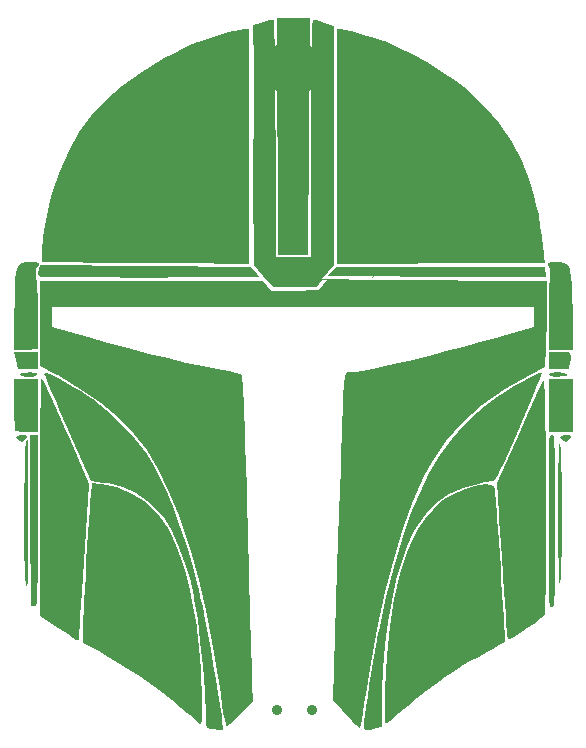
<source format=gbr>
%TF.GenerationSoftware,KiCad,Pcbnew,(6.0.0)*%
%TF.CreationDate,2022-03-24T14:36:50-05:00*%
%TF.ProjectId,Mando,4d616e64-6f2e-46b6-9963-61645f706362,rev?*%
%TF.SameCoordinates,Original*%
%TF.FileFunction,Soldermask,Top*%
%TF.FilePolarity,Negative*%
%FSLAX46Y46*%
G04 Gerber Fmt 4.6, Leading zero omitted, Abs format (unit mm)*
G04 Created by KiCad (PCBNEW (6.0.0)) date 2022-03-24 14:36:50*
%MOMM*%
%LPD*%
G01*
G04 APERTURE LIST*
%ADD10C,4.750000*%
%ADD11C,0.900000*%
G04 APERTURE END LIST*
%TO.C,G\u002A\u002A\u002A*%
G36*
X178206999Y-79934267D02*
G01*
X178224842Y-80084083D01*
X178242987Y-80484032D01*
X178261108Y-81112588D01*
X178278879Y-81948227D01*
X178295974Y-82969424D01*
X178312069Y-84154654D01*
X178326837Y-85482392D01*
X178339952Y-86931114D01*
X178351089Y-88479295D01*
X178359492Y-90012339D01*
X178406017Y-99984492D01*
X181369118Y-99984492D01*
X181369118Y-89996807D01*
X181369845Y-88062432D01*
X181372230Y-86383015D01*
X181376574Y-84941861D01*
X181383179Y-83722274D01*
X181392347Y-82707557D01*
X181404382Y-81881015D01*
X181419584Y-81225951D01*
X181438256Y-80725671D01*
X181460701Y-80363477D01*
X181487220Y-80122674D01*
X181518117Y-79986566D01*
X181551171Y-79939261D01*
X181768690Y-79946820D01*
X182146059Y-80037943D01*
X182501973Y-80157026D01*
X183270722Y-80444652D01*
X183270722Y-100685832D01*
X182778959Y-101285964D01*
X182287195Y-101886096D01*
X182703028Y-101886096D01*
X186428200Y-101924400D01*
X186606000Y-101619600D01*
X182796000Y-101619600D01*
X182999200Y-101365600D01*
X183227800Y-101086200D01*
X183494070Y-100797496D01*
X192448974Y-100832438D01*
X201185600Y-100806800D01*
X201236400Y-101670400D01*
X199128200Y-101670400D01*
X198366200Y-101645000D01*
X191178000Y-101645000D01*
X186656800Y-101619600D01*
X186479000Y-101924400D01*
X201335963Y-102021925D01*
X201335412Y-103957487D01*
X201328117Y-104859399D01*
X201308704Y-105857886D01*
X201280188Y-106827451D01*
X201247993Y-107596124D01*
X201161124Y-109299199D01*
X199862146Y-109973129D01*
X197749836Y-111190929D01*
X195876622Y-112530554D01*
X194235534Y-113998719D01*
X192819600Y-115602141D01*
X191621852Y-117347536D01*
X190963986Y-118547386D01*
X190028671Y-120615736D01*
X189157498Y-122946069D01*
X188351040Y-125536256D01*
X187609874Y-128384163D01*
X186934573Y-131487659D01*
X186325712Y-134844612D01*
X185990935Y-136990363D01*
X185865128Y-137835090D01*
X185750842Y-138583678D01*
X185654387Y-139196304D01*
X185582075Y-139633144D01*
X185540216Y-139854374D01*
X185534076Y-139873367D01*
X185429878Y-139801575D01*
X185190423Y-139576894D01*
X184864949Y-139245829D01*
X184822980Y-139201720D01*
X184404615Y-138757826D01*
X183988282Y-138311763D01*
X183703746Y-138003297D01*
X183257513Y-137514616D01*
X183602659Y-126389928D01*
X183679245Y-123913927D01*
X183747684Y-121695376D01*
X183808870Y-119720217D01*
X183863696Y-117974392D01*
X183913057Y-116443846D01*
X183957845Y-115114519D01*
X183998953Y-113972354D01*
X184037277Y-113003295D01*
X184073710Y-112193283D01*
X184109144Y-111528262D01*
X184144474Y-110994173D01*
X184180593Y-110576959D01*
X184218395Y-110262563D01*
X184258774Y-110036927D01*
X184302623Y-109885994D01*
X184350835Y-109795707D01*
X184404305Y-109752007D01*
X184463926Y-109740837D01*
X184530592Y-109748141D01*
X184605196Y-109759860D01*
X184659606Y-109763184D01*
X185073720Y-109726376D01*
X185719500Y-109622516D01*
X186567268Y-109458693D01*
X187587346Y-109241992D01*
X188750054Y-108979499D01*
X190025713Y-108678302D01*
X191384644Y-108345487D01*
X192797169Y-107988139D01*
X194233608Y-107613346D01*
X195664283Y-107228194D01*
X197059515Y-106839769D01*
X197838369Y-106616485D01*
X200249332Y-105917201D01*
X200249332Y-104194305D01*
X179841043Y-104228704D01*
X159432754Y-104263102D01*
X159432754Y-105883971D01*
X160926872Y-106336283D01*
X162514215Y-106803978D01*
X164187554Y-107273684D01*
X165900575Y-107733860D01*
X167606961Y-108172967D01*
X169260396Y-108579465D01*
X170814566Y-108941813D01*
X172223154Y-109248471D01*
X173439845Y-109487900D01*
X173898530Y-109568321D01*
X174502819Y-109680158D01*
X175013501Y-109794928D01*
X175366578Y-109897061D01*
X175488524Y-109955134D01*
X175520940Y-110060762D01*
X175554381Y-110326702D01*
X175589286Y-110763773D01*
X175626093Y-111382795D01*
X175665241Y-112194587D01*
X175707168Y-113209969D01*
X175752312Y-114439761D01*
X175801112Y-115894781D01*
X175854006Y-117585850D01*
X175911432Y-119523787D01*
X175973830Y-121719411D01*
X175992651Y-122396257D01*
X176043855Y-124236652D01*
X176094102Y-126025360D01*
X176142742Y-127740198D01*
X176189125Y-129358982D01*
X176232600Y-130859529D01*
X176272515Y-132219656D01*
X176308221Y-133417178D01*
X176339068Y-134429912D01*
X176364403Y-135235675D01*
X176383577Y-135812284D01*
X176395137Y-136119461D01*
X176457285Y-137550151D01*
X175384328Y-138696095D01*
X174883586Y-139209031D01*
X174502581Y-139553172D01*
X174260569Y-139712187D01*
X174188471Y-139710324D01*
X174131889Y-139540035D01*
X174047611Y-139144462D01*
X173943551Y-138567632D01*
X173827622Y-137853576D01*
X173707741Y-137046321D01*
X173700875Y-136997861D01*
X173158677Y-133544813D01*
X172541711Y-130327120D01*
X171851209Y-127348849D01*
X171088405Y-124614069D01*
X170254532Y-122126848D01*
X169350824Y-119891252D01*
X168378514Y-117911350D01*
X167437034Y-116338153D01*
X166388766Y-114964052D01*
X165091458Y-113625248D01*
X163567215Y-112340326D01*
X161838141Y-111127876D01*
X159926339Y-110006482D01*
X159874198Y-109978603D01*
X158414038Y-109199746D01*
X158414038Y-102021925D01*
X177270103Y-102021925D01*
X177612980Y-102429412D01*
X177955858Y-102836899D01*
X179900188Y-102832630D01*
X180663487Y-102829315D01*
X181201929Y-102818440D01*
X181562314Y-102813400D01*
X181832888Y-102818967D01*
X181983200Y-102813400D01*
X182186400Y-102559400D01*
X182338800Y-102356200D01*
X182694400Y-101899000D01*
X182262600Y-101899000D01*
X182008600Y-102254600D01*
X181907000Y-102407000D01*
X181790880Y-102559400D01*
X181195800Y-102559400D01*
X180617080Y-102559767D01*
X179820894Y-102565241D01*
X178147800Y-102559400D01*
X177335000Y-101594200D01*
X176573000Y-100668830D01*
X176479278Y-93760955D01*
X176481174Y-92276185D01*
X176486602Y-90759672D01*
X176495173Y-89255780D01*
X176506499Y-87808878D01*
X176520189Y-86463332D01*
X176496800Y-85287400D01*
X176496800Y-83636400D01*
X176471400Y-80359800D01*
X177379389Y-80073641D01*
X177791905Y-79956744D01*
X178098940Y-79912544D01*
X178206999Y-79934267D01*
G37*
G36*
X158278209Y-109492514D02*
G01*
X157412300Y-109492514D01*
X156941983Y-109486311D01*
X156675411Y-109448927D01*
X156544686Y-109352202D01*
X156481911Y-109167973D01*
X156468062Y-109100873D01*
X156375147Y-108669345D01*
X156300530Y-108353814D01*
X156211327Y-107998396D01*
X158278209Y-107998396D01*
X158278209Y-109492514D01*
G37*
G36*
X159018079Y-109826843D02*
G01*
X159395763Y-109988210D01*
X159912292Y-110246994D01*
X160522905Y-110578340D01*
X161182840Y-110957394D01*
X161847335Y-111359304D01*
X162471628Y-111759215D01*
X162890181Y-112045468D01*
X164627581Y-113432033D01*
X166146390Y-114975432D01*
X167458236Y-116688282D01*
X168076011Y-117673277D01*
X168601527Y-118667701D01*
X169154905Y-119888483D01*
X169720961Y-121293756D01*
X170284512Y-122841652D01*
X170830375Y-124490305D01*
X171343364Y-126197847D01*
X171808298Y-127922410D01*
X171843301Y-128061210D01*
X172003387Y-128750577D01*
X172195022Y-129658510D01*
X172409241Y-130734959D01*
X172637077Y-131929871D01*
X172869564Y-133193193D01*
X173097737Y-134474874D01*
X173312629Y-135724861D01*
X173505275Y-136893102D01*
X173666709Y-137929545D01*
X173787964Y-138784138D01*
X173839518Y-139205080D01*
X173933619Y-140054011D01*
X173542545Y-140040471D01*
X173115565Y-139995473D01*
X172811898Y-139932905D01*
X172637466Y-139866039D01*
X172533044Y-139743354D01*
X172477573Y-139501909D01*
X172449994Y-139078763D01*
X172441483Y-138825856D01*
X172348188Y-136729021D01*
X172198925Y-134628961D01*
X172000242Y-132591369D01*
X171758691Y-130681935D01*
X171480821Y-128966353D01*
X171433056Y-128712300D01*
X171081862Y-127165804D01*
X170643344Y-125696980D01*
X170134073Y-124345798D01*
X169570619Y-123152232D01*
X168969552Y-122156255D01*
X168440961Y-121494364D01*
X167498628Y-120614714D01*
X166505897Y-119952157D01*
X165403177Y-119476149D01*
X164130876Y-119156147D01*
X163756744Y-119093476D01*
X162703537Y-118932621D01*
X161230237Y-115604813D01*
X160632749Y-114254229D01*
X160137142Y-113130834D01*
X159734748Y-112213670D01*
X159416897Y-111481778D01*
X159174921Y-110914202D01*
X159000151Y-110489984D01*
X158883916Y-110188166D01*
X158817549Y-109987790D01*
X158792379Y-109867900D01*
X158799738Y-109807537D01*
X158824002Y-109787745D01*
X159018079Y-109826843D01*
G37*
G36*
X202442715Y-115706432D02*
G01*
X202482005Y-115878400D01*
X202516059Y-116287552D01*
X202544861Y-116899463D01*
X202568394Y-117679707D01*
X202586644Y-118593861D01*
X202599594Y-119607500D01*
X202607228Y-120686199D01*
X202609530Y-121795534D01*
X202606483Y-122901081D01*
X202598073Y-123968415D01*
X202584282Y-124963110D01*
X202565095Y-125850744D01*
X202540496Y-126596891D01*
X202510468Y-127167127D01*
X202474996Y-127527026D01*
X202448269Y-127633188D01*
X202410219Y-127631201D01*
X202378274Y-127472700D01*
X202352019Y-127142122D01*
X202331039Y-126623905D01*
X202314919Y-125902487D01*
X202303246Y-124962305D01*
X202295605Y-123787797D01*
X202291582Y-122363400D01*
X202290895Y-121723904D01*
X202291594Y-120188108D01*
X202296193Y-118907959D01*
X202305095Y-117867468D01*
X202318705Y-117050645D01*
X202337424Y-116441502D01*
X202361657Y-116024051D01*
X202391807Y-115782301D01*
X202428277Y-115700266D01*
X202442715Y-115706432D01*
G37*
G36*
X158576549Y-110333048D02*
G01*
X158651392Y-110424125D01*
X158757509Y-110602308D01*
X158905078Y-110889189D01*
X159104278Y-111306359D01*
X159365290Y-111875408D01*
X159698292Y-112617927D01*
X160113463Y-113555508D01*
X160620983Y-114709740D01*
X160921804Y-115395964D01*
X162590094Y-119204278D01*
X162138751Y-125791979D01*
X162048999Y-127100689D01*
X161964914Y-128324301D01*
X161888306Y-129436615D01*
X161820991Y-130411430D01*
X161764778Y-131222548D01*
X161721482Y-131843767D01*
X161692914Y-132248889D01*
X161680887Y-132411712D01*
X161680669Y-132413637D01*
X161627879Y-132440344D01*
X161475585Y-132381935D01*
X161194997Y-132221608D01*
X160757328Y-131942559D01*
X160133790Y-131527988D01*
X159942112Y-131398922D01*
X158414038Y-130368171D01*
X158414038Y-120337829D01*
X158415472Y-118713976D01*
X158419623Y-117171652D01*
X158426261Y-115732020D01*
X158435155Y-114416241D01*
X158446078Y-113245476D01*
X158458799Y-112240887D01*
X158473089Y-111423635D01*
X158488719Y-110814882D01*
X158505458Y-110435790D01*
X158522800Y-110307487D01*
X158576549Y-110333048D01*
G37*
G36*
X158278209Y-114789840D02*
G01*
X157350045Y-114789840D01*
X156870774Y-114777466D01*
X156504986Y-114745020D01*
X156331556Y-114699513D01*
X156331328Y-114699287D01*
X156300468Y-114539045D01*
X156274124Y-114155456D01*
X156254250Y-113596818D01*
X156242795Y-112911429D01*
X156240776Y-112458111D01*
X156240776Y-110307487D01*
X158278209Y-110307487D01*
X158278209Y-114789840D01*
G37*
G36*
X157208778Y-115098135D02*
G01*
X157309991Y-115217954D01*
X157163013Y-115435817D01*
X157077796Y-115516946D01*
X156873304Y-115666128D01*
X156717009Y-115611499D01*
X156602395Y-115493346D01*
X156411350Y-115240296D01*
X156441511Y-115108914D01*
X156713444Y-115063621D01*
X156852005Y-115061498D01*
X157208778Y-115098135D01*
G37*
G36*
X157396651Y-115492953D02*
G01*
X157409792Y-115638560D01*
X157420674Y-116029171D01*
X157429161Y-116638140D01*
X157435114Y-117438820D01*
X157438397Y-118404565D01*
X157438871Y-119508731D01*
X157436399Y-120724670D01*
X157430843Y-122025737D01*
X157430608Y-122069334D01*
X157421892Y-123560933D01*
X157412901Y-124799101D01*
X157402943Y-125802065D01*
X157391329Y-126588051D01*
X157377368Y-127175286D01*
X157360368Y-127581996D01*
X157339638Y-127826408D01*
X157314489Y-127926749D01*
X157284230Y-127901244D01*
X157248169Y-127768121D01*
X157220026Y-127625669D01*
X157171793Y-127275229D01*
X157133797Y-126789775D01*
X157105582Y-126147480D01*
X157086688Y-125326517D01*
X157076658Y-124305058D01*
X157075035Y-123061277D01*
X157081359Y-121573346D01*
X157084197Y-121151036D01*
X157096120Y-119708595D01*
X157110148Y-118517133D01*
X157127423Y-117555972D01*
X157149085Y-116804436D01*
X157176278Y-116241846D01*
X157210143Y-115847527D01*
X157251821Y-115600799D01*
X157302455Y-115480988D01*
X157363187Y-115467414D01*
X157396651Y-115492953D01*
G37*
G36*
X176107366Y-100551349D02*
G01*
X170300682Y-100520182D01*
X168926025Y-100512205D01*
X167513839Y-100502921D01*
X166114361Y-100492733D01*
X164777826Y-100482045D01*
X163554472Y-100471264D01*
X162494535Y-100460793D01*
X161648251Y-100451037D01*
X161539719Y-100449619D01*
X158585441Y-100410222D01*
X158585441Y-99479861D01*
X158662884Y-98280933D01*
X158895598Y-96867649D01*
X159284160Y-95236804D01*
X159467566Y-94577527D01*
X160090411Y-92690477D01*
X160828936Y-90989003D01*
X161705417Y-89446288D01*
X162742131Y-88035513D01*
X163961354Y-86729858D01*
X165385363Y-85502504D01*
X167036434Y-84326634D01*
X168936844Y-83175427D01*
X168939904Y-83173699D01*
X169673283Y-82776150D01*
X170438624Y-82389195D01*
X171151500Y-82053878D01*
X171727483Y-81811243D01*
X171792310Y-81787035D01*
X172533778Y-81531215D01*
X173320875Y-81285009D01*
X174093649Y-81064636D01*
X174792148Y-80886318D01*
X175356420Y-80766273D01*
X175726511Y-80720721D01*
X175733837Y-80720675D01*
X176107366Y-80720333D01*
X176107366Y-100551349D01*
G37*
G36*
X203509225Y-114789840D02*
G01*
X201471792Y-114789840D01*
X201471792Y-110307487D01*
X203509225Y-110307487D01*
X203509225Y-114789840D01*
G37*
G36*
X202435660Y-100417629D02*
G01*
X202808076Y-100482203D01*
X203006375Y-100561765D01*
X203163548Y-100762017D01*
X203288056Y-101117748D01*
X203382321Y-101650472D01*
X203448766Y-102381702D01*
X203489811Y-103332950D01*
X203507878Y-104525730D01*
X203509225Y-105028700D01*
X203509225Y-107862567D01*
X201471792Y-107862567D01*
X201471792Y-105016552D01*
X201479126Y-103982155D01*
X201500296Y-103118814D01*
X201534055Y-102453400D01*
X201579154Y-102012779D01*
X201619001Y-101847448D01*
X201617400Y-101518000D01*
X201608624Y-101153246D01*
X201562646Y-101037161D01*
X201450999Y-100707820D01*
X201426689Y-100495259D01*
X201438075Y-100470972D01*
X201645230Y-100405910D01*
X202012902Y-100390163D01*
X202435660Y-100417629D01*
G37*
G36*
X202811498Y-108019439D02*
G01*
X203161432Y-108074355D01*
X203311442Y-108143869D01*
X203347431Y-108358309D01*
X203331841Y-108726057D01*
X203311135Y-108890927D01*
X203220922Y-109492514D01*
X201471792Y-109492514D01*
X201471792Y-107998396D01*
X202346663Y-107998396D01*
X202811498Y-108019439D01*
G37*
G36*
X158066425Y-100411336D02*
G01*
X158293036Y-100487418D01*
X158314824Y-100647236D01*
X158190185Y-100879008D01*
X158082111Y-101094129D01*
X158045699Y-101351575D01*
X158077544Y-101733549D01*
X158138762Y-102119856D01*
X158197055Y-102632151D01*
X158237600Y-103355792D01*
X158258312Y-104230922D01*
X158257105Y-105197683D01*
X158253674Y-105417647D01*
X158210294Y-107794653D01*
X157225535Y-107834560D01*
X156240776Y-107874468D01*
X156248872Y-104982154D01*
X156256636Y-103742612D01*
X156277511Y-102747924D01*
X156319385Y-101971338D01*
X156390148Y-101386099D01*
X156497688Y-100965456D01*
X156649895Y-100682654D01*
X156854656Y-100510941D01*
X157119860Y-100423564D01*
X157453397Y-100393768D01*
X157602387Y-100391979D01*
X158066425Y-100411336D01*
G37*
G36*
X163560222Y-119220577D02*
G01*
X164952762Y-119499880D01*
X166225518Y-120020193D01*
X167367987Y-120773818D01*
X168369668Y-121753059D01*
X169220061Y-122950220D01*
X169591747Y-123641429D01*
X170052231Y-124661939D01*
X170451682Y-125723221D01*
X170802137Y-126870006D01*
X171115636Y-128147022D01*
X171404216Y-129599000D01*
X171679914Y-131270670D01*
X171724110Y-131564706D01*
X171809716Y-132236963D01*
X171888386Y-133035238D01*
X171958649Y-133920817D01*
X172019034Y-134854982D01*
X172068072Y-135799019D01*
X172104291Y-136714210D01*
X172126220Y-137561841D01*
X172132390Y-138303194D01*
X172121330Y-138899554D01*
X172091569Y-139312204D01*
X172041636Y-139502430D01*
X172025924Y-139510695D01*
X171823336Y-139410349D01*
X171784961Y-139361564D01*
X171652410Y-139230523D01*
X171344013Y-138962440D01*
X170897097Y-138588659D01*
X170348993Y-138140522D01*
X169909297Y-137786730D01*
X168452151Y-136668509D01*
X166926046Y-135582296D01*
X165404073Y-134577415D01*
X163959325Y-133703186D01*
X163371792Y-133375255D01*
X162013503Y-132639434D01*
X162052016Y-131219182D01*
X162070570Y-130725054D01*
X162104618Y-130004236D01*
X162151518Y-129101090D01*
X162208629Y-128059979D01*
X162273308Y-126925264D01*
X162342912Y-125741306D01*
X162414799Y-124552469D01*
X162486327Y-123403114D01*
X162554853Y-122337603D01*
X162617735Y-121400298D01*
X162672331Y-120635560D01*
X162713005Y-120122128D01*
X162797850Y-119138373D01*
X163560222Y-119220577D01*
G37*
G36*
X158245442Y-122292541D02*
G01*
X158236979Y-123892035D01*
X158227953Y-125240858D01*
X158217657Y-126359999D01*
X158205380Y-127270444D01*
X158190416Y-127993181D01*
X158172054Y-128549197D01*
X158149586Y-128959481D01*
X158122304Y-129245019D01*
X158089500Y-129426799D01*
X158050464Y-129525808D01*
X158004488Y-129563034D01*
X157999927Y-129564082D01*
X157758465Y-129547328D01*
X157694312Y-129509330D01*
X157676133Y-129359110D01*
X157659092Y-128962695D01*
X157643521Y-128345549D01*
X157629754Y-127533135D01*
X157618125Y-126550915D01*
X157608967Y-125424351D01*
X157602614Y-124178908D01*
X157599399Y-122840047D01*
X157599064Y-122237790D01*
X157599064Y-115061498D01*
X158280589Y-115061498D01*
X158245442Y-122292541D01*
G37*
G36*
X181145000Y-99841600D02*
G01*
X178605000Y-99841600D01*
X178516711Y-79745990D01*
X181233289Y-79745990D01*
X181145000Y-99841600D01*
G37*
G36*
X201802839Y-115066806D02*
G01*
X201852875Y-115097025D01*
X201894358Y-115173590D01*
X201928090Y-115317940D01*
X201954872Y-115551513D01*
X201975506Y-115895746D01*
X201990793Y-116372077D01*
X202001534Y-117001945D01*
X202008532Y-117806785D01*
X202012586Y-118808037D01*
X202014499Y-120027139D01*
X202015072Y-121485527D01*
X202015107Y-122328342D01*
X202014909Y-123917020D01*
X202013779Y-125255478D01*
X202010917Y-126365154D01*
X202005520Y-127267485D01*
X201996789Y-127983910D01*
X201983920Y-128535865D01*
X201966113Y-128944789D01*
X201942567Y-129232120D01*
X201912479Y-129419295D01*
X201875049Y-129527752D01*
X201829476Y-129578928D01*
X201774956Y-129594262D01*
X201743449Y-129595187D01*
X201684059Y-129589879D01*
X201634024Y-129559660D01*
X201592540Y-129483095D01*
X201558808Y-129338745D01*
X201532026Y-129105172D01*
X201511392Y-128760939D01*
X201496105Y-128284607D01*
X201485364Y-127654740D01*
X201478367Y-126849900D01*
X201474313Y-125848647D01*
X201472399Y-124629546D01*
X201471826Y-123171158D01*
X201471792Y-122328342D01*
X201471990Y-120739664D01*
X201473120Y-119401207D01*
X201475982Y-118291531D01*
X201481378Y-117389200D01*
X201490110Y-116672775D01*
X201502978Y-116120820D01*
X201520785Y-115711895D01*
X201544332Y-115424565D01*
X201574419Y-115237390D01*
X201611849Y-115128933D01*
X201657423Y-115077757D01*
X201711942Y-115062423D01*
X201743449Y-115061498D01*
X201802839Y-115066806D01*
G37*
G36*
X200880075Y-109806323D02*
G01*
X200852537Y-109950193D01*
X200728092Y-110308495D01*
X200520136Y-110847403D01*
X200242062Y-111533092D01*
X199907264Y-112331736D01*
X199566174Y-113124517D01*
X198953501Y-114527777D01*
X198437646Y-115698860D01*
X198010002Y-116655958D01*
X197661959Y-117417259D01*
X197384909Y-118000954D01*
X197170244Y-118425233D01*
X197009356Y-118708285D01*
X196893636Y-118868301D01*
X196822658Y-118921688D01*
X196614826Y-118968781D01*
X196215465Y-119048998D01*
X195700389Y-119147247D01*
X195543080Y-119176426D01*
X194193031Y-119527369D01*
X193013817Y-120060726D01*
X191980158Y-120795593D01*
X191066771Y-121751067D01*
X190248375Y-122946243D01*
X190021583Y-123347059D01*
X189501658Y-124466192D01*
X189022424Y-125819030D01*
X188590363Y-127369781D01*
X188211963Y-129082655D01*
X187893708Y-130921859D01*
X187642084Y-132851603D01*
X187463576Y-134836095D01*
X187364670Y-136839545D01*
X187346141Y-138112065D01*
X187345588Y-139769584D01*
X186836230Y-139911040D01*
X186331922Y-140031124D01*
X186031667Y-140038276D01*
X185887628Y-139921288D01*
X185851912Y-139680481D01*
X185874476Y-139351508D01*
X185937096Y-138799979D01*
X186032888Y-138070911D01*
X186154966Y-137209321D01*
X186296443Y-136260223D01*
X186450434Y-135268635D01*
X186610052Y-134279572D01*
X186768413Y-133338051D01*
X186918630Y-132489087D01*
X187053817Y-131777697D01*
X187082156Y-131637805D01*
X187701540Y-128818802D01*
X188350514Y-126255214D01*
X189036179Y-123931732D01*
X189765633Y-121833045D01*
X190545976Y-119943842D01*
X191384306Y-118248815D01*
X192287724Y-116732654D01*
X193263327Y-115380047D01*
X194318216Y-114175686D01*
X195459489Y-113104260D01*
X195810875Y-112813616D01*
X196408211Y-112357151D01*
X197084632Y-111879265D01*
X197802584Y-111402235D01*
X198524512Y-110948341D01*
X199212864Y-110539863D01*
X199830084Y-110199078D01*
X200338618Y-109948267D01*
X200700913Y-109809707D01*
X200879414Y-109805678D01*
X200880075Y-109806323D01*
G37*
G36*
X183898795Y-80722126D02*
G01*
X184219590Y-80763355D01*
X184732940Y-80874816D01*
X185374351Y-81038855D01*
X186079328Y-81237819D01*
X186783377Y-81454053D01*
X187422006Y-81669904D01*
X187600132Y-81735302D01*
X188675015Y-82193397D01*
X189880423Y-82798267D01*
X191149433Y-83510104D01*
X192415125Y-84289100D01*
X193610576Y-85095448D01*
X194668866Y-85889339D01*
X194899297Y-86077155D01*
X196126592Y-87254298D01*
X197258064Y-88654102D01*
X198340800Y-90237413D01*
X199229800Y-91884233D01*
X199915600Y-93611433D01*
X200245800Y-94805233D01*
X200449000Y-95630453D01*
X200626800Y-96471829D01*
X200779200Y-97370633D01*
X200906200Y-98255424D01*
X201007800Y-99021633D01*
X201084000Y-99631233D01*
X201109400Y-99984763D01*
X201160200Y-100467363D01*
X196882284Y-100462982D01*
X195643265Y-100486591D01*
X194214931Y-100507877D01*
X192679622Y-100525991D01*
X191119674Y-100540082D01*
X189617429Y-100549299D01*
X188255223Y-100552790D01*
X188189236Y-100552800D01*
X183593180Y-100552800D01*
X183593180Y-80721784D01*
X183898795Y-80722126D01*
G37*
G36*
X203254767Y-115098135D02*
G01*
X203355980Y-115217954D01*
X203209002Y-115435817D01*
X203123785Y-115516946D01*
X202919293Y-115666128D01*
X202762998Y-115611499D01*
X202648384Y-115493346D01*
X202457339Y-115240296D01*
X202487501Y-115108914D01*
X202759434Y-115063621D01*
X202897995Y-115061498D01*
X203254767Y-115098135D01*
G37*
G36*
X176275535Y-100825221D02*
G01*
X176578653Y-101184971D01*
X176768610Y-101431815D01*
X176903200Y-101619600D01*
X177004800Y-101721200D01*
X174584664Y-101721200D01*
X173598872Y-101707224D01*
X172480383Y-101715418D01*
X171256912Y-101721723D01*
X169956175Y-101726136D01*
X168605886Y-101728657D01*
X167233761Y-101729283D01*
X165867513Y-101728014D01*
X164534860Y-101724848D01*
X163263514Y-101719784D01*
X162081192Y-101712820D01*
X161015608Y-101703955D01*
X160094478Y-101693188D01*
X159345516Y-101680517D01*
X158796437Y-101665942D01*
X158474956Y-101649459D01*
X158403283Y-101638849D01*
X158265032Y-101509190D01*
X158270643Y-101249450D01*
X158301408Y-101120080D01*
X158414031Y-100693635D01*
X176275535Y-100825221D01*
G37*
G36*
X196602896Y-119261659D02*
G01*
X196842690Y-119390677D01*
X196847059Y-119397423D01*
X196899711Y-119598807D01*
X196957155Y-120004846D01*
X197011072Y-120548852D01*
X197040486Y-120947976D01*
X197070887Y-121409717D01*
X197117557Y-122100505D01*
X197177606Y-122978407D01*
X197248143Y-124001489D01*
X197326281Y-125127818D01*
X197409129Y-126315458D01*
X197479802Y-127323447D01*
X197557907Y-128465764D01*
X197626218Y-129526022D01*
X197683034Y-130472886D01*
X197726653Y-131275019D01*
X197755375Y-131901087D01*
X197767498Y-132319753D01*
X197761321Y-132499682D01*
X197760885Y-132500934D01*
X197619413Y-132632743D01*
X197285878Y-132856939D01*
X196810068Y-133142191D01*
X196241770Y-133457165D01*
X196239781Y-133458227D01*
X195560051Y-133827416D01*
X194862686Y-134216588D01*
X194241885Y-134572669D01*
X193885576Y-134784634D01*
X193377720Y-135116131D01*
X192713867Y-135580629D01*
X191947400Y-136138043D01*
X191131704Y-136748293D01*
X190320162Y-137371295D01*
X189566159Y-137966968D01*
X188923079Y-138495230D01*
X188771792Y-138624202D01*
X188360427Y-138972339D01*
X188011243Y-139256683D01*
X187788998Y-139424743D01*
X187765963Y-139439495D01*
X187703783Y-139443380D01*
X187659303Y-139350313D01*
X187631386Y-139130360D01*
X187618895Y-138753588D01*
X187620693Y-138190063D01*
X187635640Y-137409853D01*
X187657185Y-136577455D01*
X187793986Y-133791440D01*
X188044638Y-131246623D01*
X188410225Y-128937056D01*
X188891831Y-126856792D01*
X189490541Y-124999880D01*
X189980885Y-123827618D01*
X190441502Y-122981776D01*
X191019233Y-122143290D01*
X191660341Y-121377472D01*
X192311086Y-120749636D01*
X192814897Y-120383166D01*
X193483985Y-120029721D01*
X194202481Y-119727116D01*
X194922004Y-119487179D01*
X195594169Y-119321738D01*
X196170594Y-119242622D01*
X196602896Y-119261659D01*
G37*
G36*
X202762929Y-109789094D02*
G01*
X203039324Y-109854708D01*
X203094222Y-109947281D01*
X202905893Y-110053083D01*
X202796123Y-110086047D01*
X202089812Y-110143514D01*
X201709492Y-110078028D01*
X201479836Y-109979834D01*
X201491551Y-109884433D01*
X201714685Y-109808111D01*
X202119285Y-109767152D01*
X202286765Y-109764171D01*
X202762929Y-109789094D01*
G37*
G36*
X157916038Y-109792772D02*
G01*
X158119699Y-109850966D01*
X158142380Y-109885468D01*
X158022294Y-110046339D01*
X157712023Y-110136708D01*
X157286544Y-110145117D01*
X156884300Y-110077707D01*
X156720425Y-109970840D01*
X156722530Y-109889720D01*
X156886333Y-109816598D01*
X157203654Y-109775875D01*
X157578789Y-109767838D01*
X157916038Y-109792772D01*
G37*
G36*
X201081916Y-110504648D02*
G01*
X201109836Y-110851449D01*
X201137077Y-111415683D01*
X201163301Y-112170237D01*
X201188168Y-113087997D01*
X201211341Y-114141850D01*
X201232479Y-115304685D01*
X201251246Y-116549388D01*
X201267301Y-117848846D01*
X201280307Y-119175947D01*
X201289924Y-120503577D01*
X201295814Y-121804625D01*
X201297637Y-123051977D01*
X201295057Y-124218520D01*
X201287732Y-125277142D01*
X201275326Y-126200729D01*
X201259641Y-126890473D01*
X201161087Y-130288140D01*
X200603338Y-130736286D01*
X200202653Y-131039952D01*
X199666903Y-131422590D01*
X199089049Y-131820015D01*
X198562051Y-132168045D01*
X198244896Y-132364634D01*
X198061582Y-132359669D01*
X198013338Y-132286417D01*
X197991492Y-132115454D01*
X197954982Y-131703502D01*
X197906014Y-131080702D01*
X197846794Y-130277199D01*
X197779528Y-129323135D01*
X197706421Y-128248655D01*
X197629680Y-127083901D01*
X197607654Y-126742781D01*
X197528185Y-125511440D01*
X197450814Y-124321951D01*
X197378015Y-123211652D01*
X197312259Y-122217878D01*
X197256018Y-121377966D01*
X197211766Y-120729252D01*
X197181973Y-120309072D01*
X197179091Y-120270544D01*
X197095401Y-119163548D01*
X199021488Y-114837389D01*
X199474761Y-113822894D01*
X199896091Y-112886770D01*
X200272129Y-112058150D01*
X200589525Y-111366171D01*
X200834927Y-110839966D01*
X200994988Y-110508672D01*
X201053656Y-110402391D01*
X201081916Y-110504648D01*
G37*
%TD*%
D10*
%TO.C,REF\u002A\u002A*%
X179850000Y-84025000D03*
%TD*%
D11*
%TO.C,SW1*%
X178475000Y-138335000D03*
X181475000Y-138335000D03*
%TD*%
M02*

</source>
